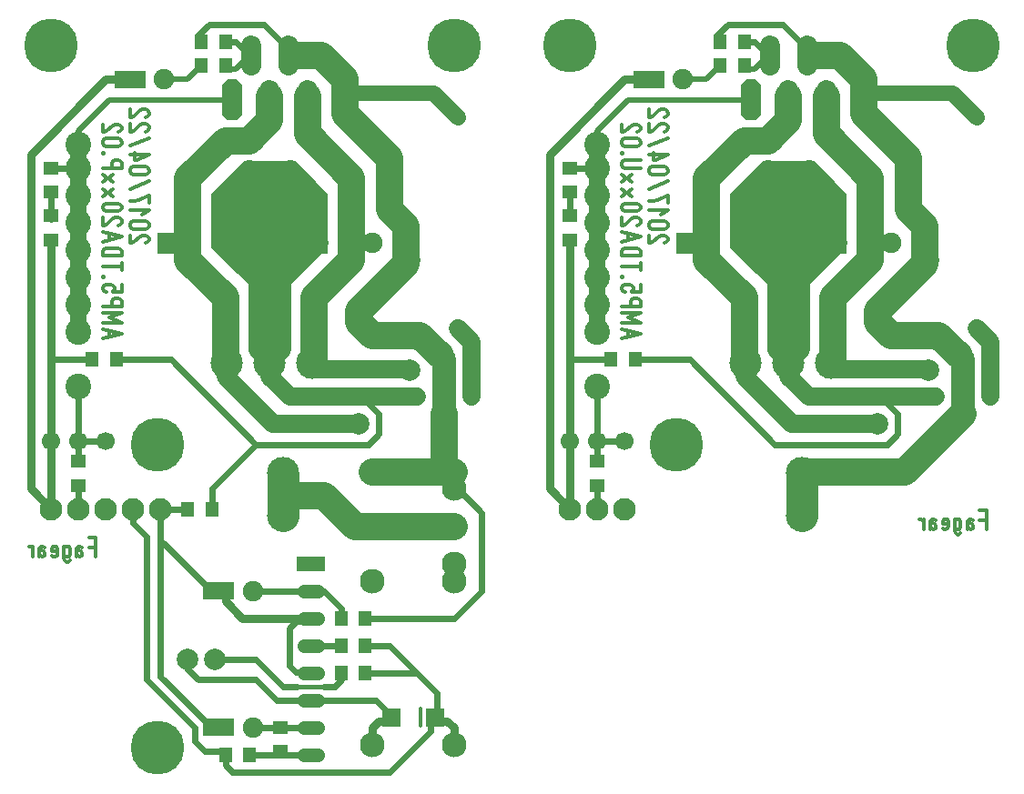
<source format=gbr>
%FSLAX34Y34*%
%MOMM*%
%LNCOPPER_BOTTOM*%
G71*
G01*
%ADD10C, 1.90*%
%ADD11C, 2.40*%
%ADD12C, 1.50*%
%ADD13C, 1.60*%
%ADD14C, 0.60*%
%ADD15C, 1.90*%
%ADD16C, 2.30*%
%ADD17C, 2.50*%
%ADD18C, 0.80*%
%ADD19C, 1.30*%
%ADD20C, 1.70*%
%ADD21C, 2.00*%
%ADD22C, 2.10*%
%ADD23C, 0.50*%
%ADD24C, 3.00*%
%ADD25C, 2.00*%
%ADD26C, 1.50*%
%ADD27C, 1.70*%
%ADD28C, 2.00*%
%ADD29C, 1.40*%
%ADD30C, 0.40*%
%ADD31C, 2.20*%
%ADD32C, 5.00*%
%ADD33C, 3.00*%
%ADD34C, 0.32*%
%ADD35C, 0.70*%
%ADD36R, 1.40X1.30*%
%ADD37R, 1.30X1.40*%
%ADD38R, 1.70X1.80*%
%ADD39C, 0.30*%
%LPD*%
G54D10*
X282575Y-88925D02*
X282575Y-107925D01*
G54D10*
X265075Y-47725D02*
X265075Y-66725D01*
G54D10*
X247575Y-88925D02*
X247575Y-107925D01*
G54D10*
X230075Y-47725D02*
X230075Y-66725D01*
G36*
X203175Y-84983D02*
X208733Y-79425D01*
X216617Y-79425D01*
X222175Y-84983D01*
X222175Y-111867D01*
X216617Y-117425D01*
X208733Y-117425D01*
X203175Y-111867D01*
X203175Y-84983D01*
G37*
X69850Y-365125D02*
G54D11*
D03*
X69850Y-139700D02*
G54D11*
D03*
X69850Y-288925D02*
G54D11*
D03*
X69850Y-314325D02*
G54D11*
D03*
X69850Y-263525D02*
G54D11*
D03*
X69850Y-238125D02*
G54D11*
D03*
X69850Y-212725D02*
G54D11*
D03*
X69850Y-187325D02*
G54D11*
D03*
X69850Y-161925D02*
G54D11*
D03*
G54D12*
X69650Y-314125D02*
X69650Y-139500D01*
X317500Y-161925D02*
G54D13*
D03*
X266700Y-161925D02*
G54D13*
D03*
G54D14*
X228600Y-57150D02*
X215900Y-44450D01*
X206375Y-44450D01*
G54D14*
X181650Y-47275D02*
X181650Y-37775D01*
X191150Y-28275D01*
X241975Y-28275D01*
X264175Y-50475D01*
X264175Y-60000D01*
G54D14*
X69850Y-415925D02*
X69850Y-434975D01*
G54D14*
X69850Y-415925D02*
X69850Y-365125D01*
G36*
X301600Y-222275D02*
X301600Y-241275D01*
X282600Y-241275D01*
X282600Y-222275D01*
X301600Y-222275D01*
G37*
X342900Y-231775D02*
G54D15*
D03*
X330200Y-231975D02*
G54D13*
D03*
G36*
X161900Y-222275D02*
X161900Y-241275D01*
X142900Y-241275D01*
X142900Y-222275D01*
X161900Y-222275D01*
G37*
X203200Y-231775D02*
G54D15*
D03*
G36*
X173100Y-223975D02*
X173100Y-239975D01*
X157100Y-239975D01*
X157100Y-223975D01*
X173100Y-223975D01*
G37*
X149225Y-79375D02*
G54D15*
D03*
G36*
X103125Y-87175D02*
X103125Y-71175D01*
X119125Y-71175D01*
X119125Y-87175D01*
X103125Y-87175D01*
G37*
X342900Y-444500D02*
G54D16*
D03*
X342900Y-495300D02*
G54D16*
D03*
X342900Y-546100D02*
G54D16*
D03*
X342900Y-698500D02*
G54D16*
D03*
X419100Y-444500D02*
G54D16*
D03*
X419100Y-495300D02*
G54D16*
D03*
X419100Y-546100D02*
G54D16*
D03*
X419100Y-698500D02*
G54D16*
D03*
X419100Y-530225D02*
G54D16*
D03*
X419100Y-460375D02*
G54D16*
D03*
G54D17*
X342900Y-444500D02*
X419100Y-444500D01*
G54D17*
X342900Y-495300D02*
X419100Y-495300D01*
G54D18*
X419102Y-698972D02*
X419102Y-683097D01*
X412752Y-676747D01*
X403226Y-676747D01*
G54D18*
X342902Y-698972D02*
X342902Y-683097D01*
X349252Y-676747D01*
X358776Y-676747D01*
G54D19*
X279250Y-555625D02*
X292250Y-555625D01*
G54D19*
X279250Y-581025D02*
X292250Y-581025D01*
G54D19*
X279250Y-606425D02*
X292250Y-606425D01*
G54D19*
X279250Y-631825D02*
X292250Y-631825D01*
G54D19*
X279250Y-657225D02*
X292250Y-657225D01*
G54D19*
X279250Y-682625D02*
X292250Y-682625D01*
G54D19*
X279250Y-708025D02*
X292250Y-708025D01*
G36*
X272850Y-536725D02*
X272850Y-523725D01*
X298850Y-523725D01*
X298850Y-536725D01*
X272850Y-536725D01*
G37*
G54D14*
X286225Y-631375D02*
X271938Y-631375D01*
X265588Y-625025D01*
X265588Y-590100D01*
X271938Y-583750D01*
X286225Y-583750D01*
G54D14*
X285750Y-555625D02*
X260350Y-555625D01*
X231775Y-555625D01*
G54D14*
X285750Y-682625D02*
X231775Y-682625D01*
G54D14*
X285750Y-606425D02*
X314325Y-606425D01*
G54D18*
X285750Y-581025D02*
X222250Y-581025D01*
X206375Y-565150D01*
X206375Y-555625D01*
G54D14*
X69850Y-479425D02*
X69850Y-457200D01*
X44450Y-415925D02*
G54D20*
D03*
X69850Y-415925D02*
G54D20*
D03*
X171450Y-619125D02*
G54D21*
D03*
X196850Y-619125D02*
G54D21*
D03*
G54D14*
X285750Y-708025D02*
X228600Y-708025D01*
X95250Y-415925D02*
G54D20*
D03*
X44450Y-479425D02*
G54D22*
D03*
X69850Y-479425D02*
G54D22*
D03*
X95250Y-479425D02*
G54D22*
D03*
G54D23*
X228600Y-57150D02*
X215900Y-69850D01*
X206375Y-69850D01*
G54D23*
X149225Y-79375D02*
X171450Y-79375D01*
X184150Y-66675D01*
G36*
X115825Y-87175D02*
X115825Y-71175D01*
X131825Y-71175D01*
X131825Y-87175D01*
X115825Y-87175D01*
G37*
X287496Y-342900D02*
G54D24*
D03*
X247396Y-342900D02*
G54D24*
D03*
X207596Y-343000D02*
G54D24*
D03*
G54D17*
X247650Y-95250D02*
X247650Y-117475D01*
X228600Y-136525D01*
X206375Y-136525D01*
X171450Y-171450D01*
X171450Y-247650D01*
X206375Y-282575D01*
X206375Y-342900D01*
G54D17*
X282575Y-95250D02*
X282575Y-130175D01*
X323850Y-171450D01*
X323850Y-247650D01*
X288925Y-282575D01*
X288925Y-342900D01*
X228600Y-161925D02*
G54D13*
D03*
X177800Y-161925D02*
G54D13*
D03*
G54D25*
X203200Y-231775D02*
X238125Y-231775D01*
X238125Y-330200D01*
X247650Y-339725D01*
G54D25*
X292100Y-231775D02*
X257175Y-231775D01*
X257175Y-330200D01*
X247650Y-339725D01*
G54D25*
X228600Y-165100D02*
X247650Y-165100D01*
X247650Y-273050D01*
G54D25*
X266700Y-165100D02*
X247650Y-165100D01*
X247650Y-273050D01*
G54D17*
X269875Y-57150D02*
X295275Y-57150D01*
X317500Y-79375D01*
X317500Y-111125D01*
X358775Y-152400D01*
X358775Y-200025D01*
X374650Y-215900D01*
X374650Y-250825D01*
X330200Y-295275D01*
X330200Y-304800D01*
X342900Y-317500D01*
X387350Y-317500D01*
X406400Y-336550D01*
X422275Y-114300D02*
G54D26*
D03*
X422275Y-311150D02*
G54D26*
D03*
G54D27*
X384175Y-374650D02*
X266700Y-374650D01*
X247650Y-355600D01*
X247650Y-342900D01*
G54D27*
X377825Y-349250D02*
X288925Y-349250D01*
G54D27*
X330200Y-400050D02*
X250825Y-400050D01*
X206375Y-355600D01*
X206375Y-342900D01*
X330200Y-400050D02*
G54D28*
D03*
X330200Y-298101D02*
G54D28*
D03*
X377825Y-247650D02*
G54D28*
D03*
X377825Y-349600D02*
G54D28*
D03*
G54D29*
X317500Y-92075D02*
X400050Y-92075D01*
X422275Y-114300D01*
X434975Y-374650D02*
G54D13*
D03*
X384175Y-374650D02*
G54D13*
D03*
G54D27*
X434975Y-374650D02*
X434975Y-323850D01*
X422275Y-311150D01*
G54D23*
X212725Y-98425D02*
X98425Y-98425D01*
X69850Y-127000D01*
X69850Y-139700D01*
G54D14*
X44450Y-161925D02*
X69850Y-161925D01*
G54D18*
X111125Y-79375D02*
X95250Y-79375D01*
X25400Y-149225D01*
X25400Y-460375D01*
X44450Y-479425D01*
G54D14*
X336550Y-377825D02*
X349250Y-390525D01*
X349250Y-409575D01*
X339725Y-419100D01*
X234950Y-419100D01*
X155575Y-339725D01*
X104775Y-339725D01*
G54D14*
X285750Y-657225D02*
X346075Y-657225D01*
X358775Y-669925D01*
G54D14*
X336550Y-606425D02*
X358775Y-606425D01*
X403225Y-650875D01*
X403225Y-669925D01*
X231775Y-555625D02*
G54D15*
D03*
G36*
X185675Y-563425D02*
X185675Y-547425D01*
X201675Y-547425D01*
X201675Y-563425D01*
X185675Y-563425D01*
G37*
G36*
X198375Y-563425D02*
X198375Y-547425D01*
X214375Y-547425D01*
X214375Y-563425D01*
X198375Y-563425D01*
G37*
X231775Y-682625D02*
G54D15*
D03*
G36*
X185675Y-690425D02*
X185675Y-674425D01*
X201675Y-674425D01*
X201675Y-690425D01*
X185675Y-690425D01*
G37*
G36*
X198375Y-690425D02*
X198375Y-674425D01*
X214375Y-674425D01*
X214375Y-690425D01*
X198375Y-690425D01*
G37*
X146050Y-479425D02*
G54D22*
D03*
X120655Y-479427D02*
G54D22*
D03*
G54D14*
X206375Y-708025D02*
X206375Y-717550D01*
X212725Y-723900D01*
X358775Y-723900D01*
X396875Y-685800D01*
X396875Y-676275D01*
G54D14*
X285750Y-657225D02*
X254000Y-657225D01*
X234950Y-638175D01*
X180975Y-638175D01*
X171450Y-628650D01*
X171450Y-619125D01*
G54D30*
X273050Y-644525D02*
X298450Y-644525D01*
G54D14*
X298450Y-644525D02*
X307975Y-644525D01*
X314325Y-638175D01*
X314325Y-631825D01*
G54D14*
X336550Y-631825D02*
X384175Y-631825D01*
G54D14*
X273050Y-644525D02*
X260350Y-644525D01*
X234950Y-619125D01*
X196850Y-619125D01*
G54D14*
X285750Y-555625D02*
X298450Y-555625D01*
X314325Y-571500D01*
X314325Y-581025D01*
G54D14*
X419100Y-460375D02*
X422275Y-460375D01*
X444500Y-482600D01*
X444500Y-555625D01*
X419100Y-581025D01*
X336550Y-581025D01*
G54D17*
X409575Y-438150D02*
X409575Y-390525D01*
G54D31*
X409575Y-390525D02*
X409575Y-339725D01*
X44450Y-47625D02*
G54D32*
D03*
X260350Y-485775D02*
G54D24*
D03*
X260350Y-445675D02*
G54D24*
D03*
G54D18*
X44450Y-479425D02*
X44450Y-228600D01*
G54D14*
X69850Y-415925D02*
X95250Y-415925D01*
G54D14*
X82550Y-339725D02*
X44450Y-339725D01*
G54D17*
X342900Y-495300D02*
X327025Y-495300D01*
X298450Y-466725D01*
X260350Y-466725D01*
G54D33*
X260350Y-447675D02*
X260350Y-485775D01*
G54D14*
X146050Y-479425D02*
X146050Y-508000D01*
X193675Y-555625D01*
G54D14*
X146050Y-479425D02*
X146050Y-635000D01*
X193675Y-682625D01*
G54D14*
X120650Y-479425D02*
X120650Y-492125D01*
X133350Y-504825D01*
X133350Y-638175D01*
X177800Y-682625D01*
X177800Y-695325D01*
X187325Y-704850D01*
X206375Y-704850D01*
X419100Y-47625D02*
G54D32*
D03*
X142875Y-701675D02*
G54D32*
D03*
X142875Y-419100D02*
G54D32*
D03*
G54D14*
X146050Y-479425D02*
X171450Y-479425D01*
G54D14*
X193675Y-479425D02*
X193675Y-460375D01*
X234950Y-419100D01*
G54D34*
X117475Y-224664D02*
X117475Y-231775D01*
X118586Y-231775D01*
X120808Y-230886D01*
X127475Y-225553D01*
X129697Y-224664D01*
X131920Y-224664D01*
X134142Y-225553D01*
X135253Y-227331D01*
X135253Y-229108D01*
X134142Y-230886D01*
X131920Y-231775D01*
G54D34*
X131920Y-211331D02*
X120808Y-211331D01*
X118586Y-212220D01*
X117475Y-213998D01*
X117475Y-215775D01*
X118586Y-217553D01*
X120808Y-218442D01*
X131920Y-218442D01*
X134142Y-217553D01*
X135253Y-215775D01*
X135253Y-213998D01*
X134142Y-212220D01*
X131920Y-211331D01*
G54D34*
X128586Y-205109D02*
X135253Y-200665D01*
X117475Y-200665D01*
G54D34*
X135253Y-194443D02*
X135253Y-187332D01*
X133030Y-188221D01*
X129697Y-189999D01*
X125253Y-191776D01*
X121920Y-192665D01*
X117475Y-192665D01*
G54D34*
X117475Y-181110D02*
X135253Y-173999D01*
G54D34*
X131920Y-160666D02*
X120808Y-160666D01*
X118586Y-161555D01*
X117475Y-163333D01*
X117475Y-165110D01*
X118586Y-166888D01*
X120808Y-167777D01*
X131920Y-167777D01*
X134142Y-166888D01*
X135253Y-165110D01*
X135253Y-163333D01*
X134142Y-161555D01*
X131920Y-160666D01*
G54D34*
X117475Y-149111D02*
X135253Y-149111D01*
X124142Y-154444D01*
X121920Y-154444D01*
X121920Y-147333D01*
G54D34*
X117475Y-141111D02*
X135253Y-134000D01*
G54D34*
X117475Y-120667D02*
X117475Y-127778D01*
X118586Y-127778D01*
X120808Y-126889D01*
X127475Y-121556D01*
X129697Y-120667D01*
X131920Y-120667D01*
X134142Y-121556D01*
X135253Y-123334D01*
X135253Y-125111D01*
X134142Y-126889D01*
X131920Y-127778D01*
G54D34*
X117475Y-107334D02*
X117475Y-114445D01*
X118586Y-114445D01*
X120808Y-113556D01*
X127475Y-108223D01*
X129697Y-107334D01*
X131920Y-107334D01*
X134142Y-108223D01*
X135253Y-110001D01*
X135253Y-111778D01*
X134142Y-113556D01*
X131920Y-114445D01*
G54D34*
X92075Y-320675D02*
X109853Y-316230D01*
X92075Y-311786D01*
G54D34*
X98742Y-318897D02*
X98742Y-313564D01*
G54D34*
X92075Y-305564D02*
X109853Y-305564D01*
X98742Y-301120D01*
X109853Y-296675D01*
X92075Y-296675D01*
G54D34*
X92075Y-290453D02*
X109853Y-290453D01*
X109853Y-286009D01*
X108742Y-284231D01*
X106520Y-283342D01*
X104297Y-283342D01*
X102075Y-284231D01*
X100964Y-286009D01*
X100964Y-290453D01*
G54D34*
X109853Y-270009D02*
X109853Y-277120D01*
X102075Y-277120D01*
X102075Y-276231D01*
X103186Y-274453D01*
X103186Y-272676D01*
X102075Y-270898D01*
X99853Y-270009D01*
X95408Y-270009D01*
X93186Y-270898D01*
X92075Y-272676D01*
X92075Y-274453D01*
X93186Y-276231D01*
X95408Y-277120D01*
G54D34*
X92075Y-263076D02*
X92075Y-263787D01*
X92964Y-263787D01*
X92964Y-263076D01*
X92075Y-263076D01*
X92075Y-263787D01*
G54D34*
X92075Y-253298D02*
X109853Y-253298D01*
G54D34*
X109853Y-256854D02*
X109853Y-249743D01*
G54D34*
X92075Y-243521D02*
X109853Y-243521D01*
X109853Y-239077D01*
X108742Y-237299D01*
X106520Y-236410D01*
X95408Y-236410D01*
X93186Y-237299D01*
X92075Y-239077D01*
X92075Y-243521D01*
G54D34*
X92075Y-230188D02*
X109853Y-225744D01*
X92075Y-221299D01*
G54D34*
X98742Y-228410D02*
X98742Y-223077D01*
G54D34*
X92075Y-207966D02*
X92075Y-215077D01*
X93186Y-215077D01*
X95408Y-214188D01*
X102075Y-208855D01*
X104297Y-207966D01*
X106520Y-207966D01*
X108742Y-208855D01*
X109853Y-210633D01*
X109853Y-212410D01*
X108742Y-214188D01*
X106520Y-215077D01*
G54D34*
X106520Y-194633D02*
X95408Y-194633D01*
X93186Y-195522D01*
X92075Y-197300D01*
X92075Y-199077D01*
X93186Y-200855D01*
X95408Y-201744D01*
X106520Y-201744D01*
X108742Y-200855D01*
X109853Y-199077D01*
X109853Y-197300D01*
X108742Y-195522D01*
X106520Y-194633D01*
G54D34*
X102075Y-188411D02*
X92075Y-181300D01*
G54D34*
X92075Y-188411D02*
X102075Y-181300D01*
G54D34*
X102075Y-175078D02*
X92075Y-167967D01*
G54D34*
X92075Y-175078D02*
X102075Y-167967D01*
G54D34*
X92075Y-161745D02*
X109853Y-161745D01*
X109853Y-157301D01*
X108742Y-155523D01*
X106520Y-154634D01*
X104297Y-154634D01*
X102075Y-155523D01*
X100964Y-157301D01*
X100964Y-161745D01*
G54D34*
X92075Y-147701D02*
X92075Y-148412D01*
X92964Y-148412D01*
X92964Y-147701D01*
X92075Y-147701D01*
X92075Y-148412D01*
G54D34*
X106520Y-134368D02*
X95408Y-134368D01*
X93186Y-135257D01*
X92075Y-137035D01*
X92075Y-138812D01*
X93186Y-140590D01*
X95408Y-141479D01*
X106520Y-141479D01*
X108742Y-140590D01*
X109853Y-138812D01*
X109853Y-137035D01*
X108742Y-135257D01*
X106520Y-134368D01*
G54D34*
X92075Y-121035D02*
X92075Y-128146D01*
X93186Y-128146D01*
X95408Y-127257D01*
X102075Y-121924D01*
X104297Y-121035D01*
X106520Y-121035D01*
X108742Y-121924D01*
X109853Y-123702D01*
X109853Y-125479D01*
X108742Y-127257D01*
X106520Y-128146D01*
G54D34*
X85725Y-523875D02*
X85725Y-506097D01*
X79503Y-506097D01*
G54D34*
X85725Y-514986D02*
X79503Y-514986D01*
G54D34*
X73281Y-514986D02*
X71503Y-513875D01*
X69370Y-513875D01*
X67948Y-516097D01*
X67948Y-523875D01*
G54D34*
X67948Y-520542D02*
X68836Y-518320D01*
X70614Y-517875D01*
X72392Y-518320D01*
X73281Y-520542D01*
X72926Y-522764D01*
X71503Y-523875D01*
X70614Y-523875D01*
X70259Y-523875D01*
X68836Y-522764D01*
X67948Y-520542D01*
G54D34*
X61726Y-527208D02*
X59948Y-528320D01*
X58704Y-528320D01*
X56926Y-527208D01*
X56393Y-524986D01*
X56393Y-513875D01*
G54D34*
X56393Y-516764D02*
X57282Y-514542D01*
X59059Y-513875D01*
X60837Y-514542D01*
X61726Y-516764D01*
X61726Y-521208D01*
X60837Y-523430D01*
X59059Y-523875D01*
X57282Y-523430D01*
X56393Y-521208D01*
G54D34*
X44838Y-522764D02*
X46260Y-523875D01*
X48038Y-523875D01*
X49816Y-522764D01*
X50171Y-520542D01*
X50171Y-516764D01*
X49282Y-514542D01*
X47504Y-513875D01*
X45726Y-514542D01*
X44838Y-516097D01*
X44838Y-518320D01*
X50171Y-518320D01*
G54D34*
X38616Y-514986D02*
X36838Y-513875D01*
X34705Y-513875D01*
X33283Y-516097D01*
X33283Y-523875D01*
G54D34*
X33283Y-520542D02*
X34172Y-518320D01*
X35949Y-517875D01*
X37727Y-518320D01*
X38616Y-520542D01*
X38260Y-522764D01*
X36838Y-523875D01*
X35949Y-523875D01*
X35594Y-523875D01*
X34172Y-522764D01*
X33283Y-520542D01*
G54D34*
X27061Y-523875D02*
X27061Y-513875D01*
G54D34*
X27061Y-516097D02*
X25283Y-513875D01*
X23506Y-513875D01*
G54D10*
X765175Y-88925D02*
X765175Y-107925D01*
G54D10*
X747675Y-47725D02*
X747675Y-66725D01*
G54D10*
X730175Y-88925D02*
X730175Y-107925D01*
G54D10*
X712675Y-47725D02*
X712675Y-66725D01*
G36*
X685775Y-84983D02*
X691333Y-79425D01*
X699217Y-79425D01*
X704775Y-84983D01*
X704775Y-111867D01*
X699217Y-117425D01*
X691333Y-117425D01*
X685775Y-111867D01*
X685775Y-84983D01*
G37*
X552450Y-365125D02*
G54D11*
D03*
X552450Y-139700D02*
G54D11*
D03*
X552450Y-288925D02*
G54D11*
D03*
X552450Y-314325D02*
G54D11*
D03*
X552450Y-263525D02*
G54D11*
D03*
X552450Y-238125D02*
G54D11*
D03*
X552450Y-212725D02*
G54D11*
D03*
X552450Y-187325D02*
G54D11*
D03*
X552450Y-161925D02*
G54D11*
D03*
G54D12*
X552250Y-314125D02*
X552250Y-139500D01*
X800100Y-161925D02*
G54D13*
D03*
X749300Y-161925D02*
G54D13*
D03*
G54D14*
X711200Y-57150D02*
X698500Y-44450D01*
X688975Y-44450D01*
G54D14*
X664250Y-47275D02*
X664250Y-37775D01*
X673750Y-28275D01*
X724575Y-28275D01*
X746775Y-50475D01*
X746775Y-60000D01*
G54D14*
X552450Y-415925D02*
X552450Y-434975D01*
G54D14*
X552450Y-415925D02*
X552450Y-365125D01*
G36*
X784200Y-222275D02*
X784200Y-241275D01*
X765200Y-241275D01*
X765200Y-222275D01*
X784200Y-222275D01*
G37*
X825500Y-231775D02*
G54D15*
D03*
X812800Y-231975D02*
G54D13*
D03*
G36*
X644500Y-222275D02*
X644500Y-241275D01*
X625500Y-241275D01*
X625500Y-222275D01*
X644500Y-222275D01*
G37*
X685800Y-231775D02*
G54D15*
D03*
G36*
X655700Y-223975D02*
X655700Y-239975D01*
X639700Y-239975D01*
X639700Y-223975D01*
X655700Y-223975D01*
G37*
X631825Y-79375D02*
G54D15*
D03*
G36*
X585725Y-87175D02*
X585725Y-71175D01*
X601725Y-71175D01*
X601725Y-87175D01*
X585725Y-87175D01*
G37*
G54D14*
X552450Y-479425D02*
X552450Y-457200D01*
X527050Y-415925D02*
G54D20*
D03*
X552450Y-415925D02*
G54D20*
D03*
X577850Y-415925D02*
G54D20*
D03*
X527050Y-479425D02*
G54D22*
D03*
X552450Y-479425D02*
G54D22*
D03*
X577850Y-479425D02*
G54D22*
D03*
G54D23*
X711200Y-57150D02*
X698500Y-69850D01*
X688975Y-69850D01*
G54D23*
X631825Y-79375D02*
X654050Y-79375D01*
X666750Y-66675D01*
G36*
X598425Y-87175D02*
X598425Y-71175D01*
X614425Y-71175D01*
X614425Y-87175D01*
X598425Y-87175D01*
G37*
X770096Y-342900D02*
G54D24*
D03*
X729996Y-342900D02*
G54D24*
D03*
X690196Y-343000D02*
G54D24*
D03*
G54D17*
X730250Y-95250D02*
X730250Y-117475D01*
X711200Y-136525D01*
X688975Y-136525D01*
X654050Y-171450D01*
X654050Y-247650D01*
X688975Y-282575D01*
X688975Y-342900D01*
G54D17*
X765175Y-95250D02*
X765175Y-130175D01*
X806450Y-171450D01*
X806450Y-247650D01*
X771525Y-282575D01*
X771525Y-342900D01*
X711200Y-161925D02*
G54D13*
D03*
X660400Y-161925D02*
G54D13*
D03*
G54D25*
X685800Y-231775D02*
X720725Y-231775D01*
X720725Y-330200D01*
X730250Y-339725D01*
G54D25*
X774700Y-231775D02*
X739775Y-231775D01*
X739775Y-330200D01*
X730250Y-339725D01*
G54D25*
X711200Y-165100D02*
X730250Y-165100D01*
X730250Y-269875D01*
G54D25*
X749300Y-165100D02*
X730250Y-165100D01*
X730250Y-269875D01*
G54D17*
X752475Y-57150D02*
X777875Y-57150D01*
X800100Y-79375D01*
X800100Y-111125D01*
X841375Y-152400D01*
X841375Y-200025D01*
X857250Y-215900D01*
X857250Y-250825D01*
X812800Y-295275D01*
X812800Y-304800D01*
X825500Y-317500D01*
X869950Y-317500D01*
X889000Y-336550D01*
X904875Y-114300D02*
G54D26*
D03*
X904875Y-311150D02*
G54D26*
D03*
G54D27*
X866775Y-374650D02*
X749300Y-374650D01*
X730250Y-355600D01*
X730250Y-342900D01*
G54D27*
X860425Y-349250D02*
X771525Y-349250D01*
G54D27*
X812800Y-400050D02*
X733425Y-400050D01*
X688975Y-355600D01*
X688975Y-342900D01*
X812800Y-400050D02*
G54D28*
D03*
X812800Y-298101D02*
G54D28*
D03*
X860425Y-247650D02*
G54D28*
D03*
X860425Y-349600D02*
G54D28*
D03*
G54D29*
X800100Y-92075D02*
X882650Y-92075D01*
X904875Y-114300D01*
X917575Y-374650D02*
G54D13*
D03*
X866775Y-374650D02*
G54D13*
D03*
G54D27*
X917575Y-374650D02*
X917575Y-323850D01*
X904875Y-311150D01*
G54D23*
X695325Y-98425D02*
X581025Y-98425D01*
X552450Y-127000D01*
X552450Y-139700D01*
G54D14*
X527050Y-161925D02*
X552450Y-161925D01*
G54D18*
X593725Y-79375D02*
X577850Y-79375D01*
X508000Y-149225D01*
X508000Y-460375D01*
X527050Y-479425D01*
G54D14*
X819150Y-377825D02*
X831850Y-390525D01*
X831850Y-409575D01*
X822325Y-419100D01*
X717550Y-419100D01*
X638175Y-339725D01*
X587375Y-339725D01*
G54D17*
X742950Y-444500D02*
X838200Y-444500D01*
X892175Y-390525D01*
G54D31*
X892175Y-390525D02*
X892175Y-339725D01*
X527050Y-47625D02*
G54D32*
D03*
X742950Y-485775D02*
G54D24*
D03*
X742950Y-445675D02*
G54D24*
D03*
G54D18*
X527050Y-479425D02*
X527050Y-228600D01*
G54D14*
X552450Y-415925D02*
X577850Y-415925D01*
G54D14*
X565150Y-339725D02*
X527050Y-339725D01*
G54D33*
X742950Y-447675D02*
X742950Y-485775D01*
X901700Y-47625D02*
G54D32*
D03*
X625475Y-419100D02*
G54D32*
D03*
G54D34*
X600075Y-224664D02*
X600075Y-231775D01*
X601186Y-231775D01*
X603408Y-230886D01*
X610075Y-225553D01*
X612297Y-224664D01*
X614519Y-224664D01*
X616742Y-225553D01*
X617853Y-227331D01*
X617853Y-229108D01*
X616742Y-230886D01*
X614519Y-231775D01*
G54D34*
X614519Y-211331D02*
X603408Y-211331D01*
X601186Y-212220D01*
X600075Y-213998D01*
X600075Y-215775D01*
X601186Y-217553D01*
X603408Y-218442D01*
X614519Y-218442D01*
X616742Y-217553D01*
X617853Y-215775D01*
X617853Y-213998D01*
X616742Y-212220D01*
X614519Y-211331D01*
G54D34*
X611186Y-205109D02*
X617853Y-200665D01*
X600075Y-200665D01*
G54D34*
X617853Y-194443D02*
X617853Y-187332D01*
X615631Y-188221D01*
X612297Y-189999D01*
X607853Y-191776D01*
X604519Y-192665D01*
X600075Y-192665D01*
G54D34*
X600075Y-181110D02*
X617853Y-173999D01*
G54D34*
X614519Y-160666D02*
X603408Y-160666D01*
X601186Y-161555D01*
X600075Y-163333D01*
X600075Y-165110D01*
X601186Y-166888D01*
X603408Y-167777D01*
X614519Y-167777D01*
X616742Y-166888D01*
X617853Y-165110D01*
X617853Y-163333D01*
X616742Y-161555D01*
X614519Y-160666D01*
G54D34*
X600075Y-149111D02*
X617853Y-149111D01*
X606742Y-154444D01*
X604519Y-154444D01*
X604519Y-147333D01*
G54D34*
X600075Y-141111D02*
X617853Y-134000D01*
G54D34*
X600075Y-120667D02*
X600075Y-127778D01*
X601186Y-127778D01*
X603408Y-126889D01*
X610075Y-121556D01*
X612297Y-120667D01*
X614519Y-120667D01*
X616742Y-121556D01*
X617853Y-123334D01*
X617853Y-125111D01*
X616742Y-126889D01*
X614519Y-127778D01*
G54D34*
X600075Y-107334D02*
X600075Y-114445D01*
X601186Y-114445D01*
X603408Y-113556D01*
X610075Y-108223D01*
X612297Y-107334D01*
X614519Y-107334D01*
X616742Y-108223D01*
X617853Y-110001D01*
X617853Y-111778D01*
X616742Y-113556D01*
X614519Y-114445D01*
G54D34*
X574675Y-320675D02*
X592453Y-316230D01*
X574675Y-311786D01*
G54D34*
X581342Y-318897D02*
X581342Y-313564D01*
G54D34*
X574675Y-305564D02*
X592453Y-305564D01*
X581342Y-301120D01*
X592453Y-296675D01*
X574675Y-296675D01*
G54D34*
X574675Y-290453D02*
X592453Y-290453D01*
X592453Y-286009D01*
X591342Y-284231D01*
X589119Y-283342D01*
X586897Y-283342D01*
X584675Y-284231D01*
X583564Y-286009D01*
X583564Y-290453D01*
G54D34*
X592453Y-270009D02*
X592453Y-277120D01*
X584675Y-277120D01*
X584675Y-276231D01*
X585786Y-274453D01*
X585786Y-272676D01*
X584675Y-270898D01*
X582453Y-270009D01*
X578008Y-270009D01*
X575786Y-270898D01*
X574675Y-272676D01*
X574675Y-274453D01*
X575786Y-276231D01*
X578008Y-277120D01*
G54D34*
X574675Y-263076D02*
X574675Y-263787D01*
X575564Y-263787D01*
X575564Y-263076D01*
X574675Y-263076D01*
X574675Y-263787D01*
G54D34*
X574675Y-253298D02*
X592453Y-253298D01*
G54D34*
X592453Y-256854D02*
X592453Y-249743D01*
G54D34*
X574675Y-243521D02*
X592453Y-243521D01*
X592453Y-239077D01*
X591342Y-237299D01*
X589119Y-236410D01*
X578008Y-236410D01*
X575786Y-237299D01*
X574675Y-239077D01*
X574675Y-243521D01*
G54D34*
X574675Y-230188D02*
X592453Y-225744D01*
X574675Y-221299D01*
G54D34*
X581342Y-228410D02*
X581342Y-223077D01*
G54D34*
X574675Y-207966D02*
X574675Y-215077D01*
X575786Y-215077D01*
X578008Y-214188D01*
X584675Y-208855D01*
X586897Y-207966D01*
X589119Y-207966D01*
X591342Y-208855D01*
X592453Y-210633D01*
X592453Y-212410D01*
X591342Y-214188D01*
X589119Y-215077D01*
G54D34*
X589119Y-194633D02*
X578008Y-194633D01*
X575786Y-195522D01*
X574675Y-197300D01*
X574675Y-199077D01*
X575786Y-200855D01*
X578008Y-201744D01*
X589119Y-201744D01*
X591342Y-200855D01*
X592453Y-199077D01*
X592453Y-197300D01*
X591342Y-195522D01*
X589119Y-194633D01*
G54D34*
X584675Y-188411D02*
X574675Y-181300D01*
G54D34*
X574675Y-188411D02*
X584675Y-181300D01*
G54D34*
X584675Y-175078D02*
X574675Y-167967D01*
G54D34*
X574675Y-175078D02*
X584675Y-167967D01*
G54D34*
X592453Y-161745D02*
X578008Y-161745D01*
X575786Y-160856D01*
X574675Y-159078D01*
X574675Y-157301D01*
X575786Y-155523D01*
X578008Y-154634D01*
X592453Y-154634D01*
G54D34*
X574675Y-147701D02*
X574675Y-148412D01*
X575564Y-148412D01*
X575564Y-147701D01*
X574675Y-147701D01*
X574675Y-148412D01*
G54D34*
X589119Y-134368D02*
X578008Y-134368D01*
X575786Y-135257D01*
X574675Y-137035D01*
X574675Y-138812D01*
X575786Y-140590D01*
X578008Y-141479D01*
X589119Y-141479D01*
X591342Y-140590D01*
X592453Y-138812D01*
X592453Y-137035D01*
X591342Y-135257D01*
X589119Y-134368D01*
G54D34*
X574675Y-121035D02*
X574675Y-128146D01*
X575786Y-128146D01*
X578008Y-127257D01*
X584675Y-121924D01*
X586897Y-121035D01*
X589119Y-121035D01*
X591342Y-121924D01*
X592453Y-123702D01*
X592453Y-125479D01*
X591342Y-127257D01*
X589119Y-128146D01*
G54D34*
X914400Y-498475D02*
X914400Y-480697D01*
X908178Y-480697D01*
G54D34*
X914400Y-489586D02*
X908178Y-489586D01*
G54D34*
X901956Y-489586D02*
X900178Y-488475D01*
X898045Y-488475D01*
X896623Y-490697D01*
X896623Y-498475D01*
G54D34*
X896623Y-495142D02*
X897512Y-492920D01*
X899289Y-492475D01*
X901067Y-492920D01*
X901956Y-495142D01*
X901600Y-497364D01*
X900178Y-498475D01*
X899289Y-498475D01*
X898934Y-498475D01*
X897512Y-497364D01*
X896623Y-495142D01*
G54D34*
X890401Y-501808D02*
X888623Y-502920D01*
X887379Y-502920D01*
X885601Y-501808D01*
X885068Y-499586D01*
X885068Y-488475D01*
G54D34*
X885068Y-491364D02*
X885957Y-489142D01*
X887734Y-488475D01*
X889512Y-489142D01*
X890401Y-491364D01*
X890401Y-495808D01*
X889512Y-498030D01*
X887734Y-498475D01*
X885957Y-498030D01*
X885068Y-495808D01*
G54D34*
X873513Y-497364D02*
X874935Y-498475D01*
X876713Y-498475D01*
X878490Y-497364D01*
X878846Y-495142D01*
X878846Y-491364D01*
X877957Y-489142D01*
X876179Y-488475D01*
X874402Y-489142D01*
X873513Y-490697D01*
X873513Y-492920D01*
X878846Y-492920D01*
G54D34*
X867291Y-489586D02*
X865513Y-488475D01*
X863380Y-488475D01*
X861958Y-490697D01*
X861958Y-498475D01*
G54D34*
X861958Y-495142D02*
X862847Y-492920D01*
X864624Y-492475D01*
X866402Y-492920D01*
X867291Y-495142D01*
X866935Y-497364D01*
X865513Y-498475D01*
X864624Y-498475D01*
X864269Y-498475D01*
X862847Y-497364D01*
X861958Y-495142D01*
G54D34*
X855736Y-498475D02*
X855736Y-488475D01*
G54D34*
X855736Y-490697D02*
X853958Y-488475D01*
X852180Y-488475D01*
G36*
X225425Y-158750D02*
X196850Y-187325D01*
X196850Y-234950D01*
X231775Y-269875D01*
X263525Y-269875D01*
X298450Y-234950D01*
X298450Y-187325D01*
X269875Y-158750D01*
X225425Y-158750D01*
G37*
G54D35*
X225425Y-158750D02*
X196850Y-187325D01*
X196850Y-234950D01*
X231775Y-269875D01*
X263525Y-269875D01*
X298450Y-234950D01*
X298450Y-187325D01*
X269875Y-158750D01*
X225425Y-158750D01*
G36*
X708025Y-158750D02*
X679450Y-187325D01*
X679450Y-234950D01*
X714375Y-269875D01*
X746125Y-269875D01*
X781050Y-234950D01*
X781050Y-187325D01*
X752475Y-158750D01*
X708025Y-158750D01*
G37*
G54D35*
X708025Y-158750D02*
X679450Y-187325D01*
X679450Y-234950D01*
X714375Y-269875D01*
X746125Y-269875D01*
X781050Y-234950D01*
X781050Y-187325D01*
X752475Y-158750D01*
X708025Y-158750D01*
X44450Y-184150D02*
G54D36*
D03*
X44450Y-161950D02*
G54D36*
D03*
X184150Y-44450D02*
G54D37*
D03*
X206350Y-44450D02*
G54D37*
D03*
X184150Y-66675D02*
G54D37*
D03*
X206350Y-66675D02*
G54D37*
D03*
X82550Y-339725D02*
G54D37*
D03*
X104750Y-339725D02*
G54D37*
D03*
X171450Y-479425D02*
G54D37*
D03*
X193650Y-479425D02*
G54D37*
D03*
X69850Y-457200D02*
G54D36*
D03*
X69850Y-435000D02*
G54D36*
D03*
X257175Y-704850D02*
G54D36*
D03*
X257175Y-682650D02*
G54D36*
D03*
X314325Y-581025D02*
G54D37*
D03*
X336525Y-581025D02*
G54D37*
D03*
X314325Y-606425D02*
G54D37*
D03*
X336525Y-606425D02*
G54D37*
D03*
X314325Y-631825D02*
G54D37*
D03*
X336525Y-631825D02*
G54D37*
D03*
X206375Y-708025D02*
G54D37*
D03*
X228575Y-708025D02*
G54D37*
D03*
X565150Y-339725D02*
G54D37*
D03*
X587350Y-339725D02*
G54D37*
D03*
X666750Y-44450D02*
G54D37*
D03*
X688950Y-44450D02*
G54D37*
D03*
X666750Y-66675D02*
G54D37*
D03*
X688950Y-66675D02*
G54D37*
D03*
X527050Y-184150D02*
G54D36*
D03*
X527050Y-161950D02*
G54D36*
D03*
X552450Y-457200D02*
G54D36*
D03*
X552450Y-435000D02*
G54D36*
D03*
X401638Y-673100D02*
G54D38*
D03*
X360534Y-673100D02*
G54D38*
D03*
G54D39*
X388144Y-681038D02*
X388144Y-665162D01*
X44450Y-228600D02*
G54D36*
D03*
X44450Y-206400D02*
G54D36*
D03*
G54D14*
X44450Y-209550D02*
X44450Y-184150D01*
X527050Y-228600D02*
G54D36*
D03*
X527050Y-206400D02*
G54D36*
D03*
G54D14*
X527050Y-206375D02*
X527050Y-184150D01*
M02*

</source>
